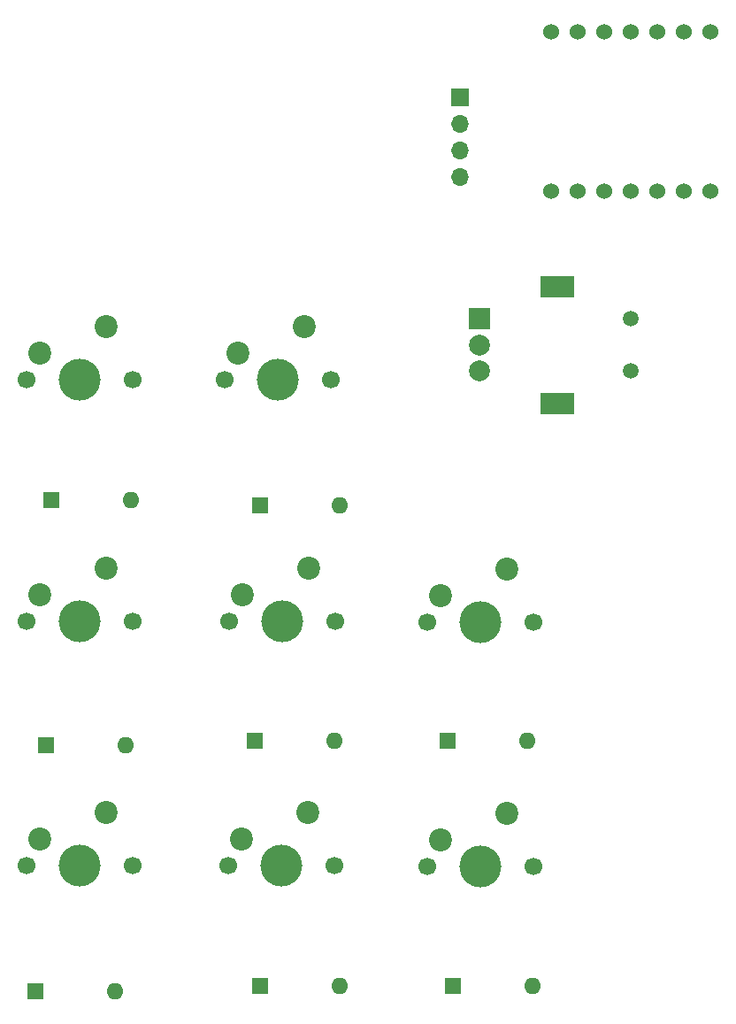
<source format=gbs>
G04 #@! TF.GenerationSoftware,KiCad,Pcbnew,9.0.1*
G04 #@! TF.CreationDate,2025-06-18T17:33:09-04:00*
G04 #@! TF.ProjectId,chop up the soul kanye,63686f70-2075-4702-9074-686520736f75,rev?*
G04 #@! TF.SameCoordinates,Original*
G04 #@! TF.FileFunction,Soldermask,Bot*
G04 #@! TF.FilePolarity,Negative*
%FSLAX46Y46*%
G04 Gerber Fmt 4.6, Leading zero omitted, Abs format (unit mm)*
G04 Created by KiCad (PCBNEW 9.0.1) date 2025-06-18 17:33:09*
%MOMM*%
%LPD*%
G01*
G04 APERTURE LIST*
%ADD10R,1.600000X1.600000*%
%ADD11O,1.600000X1.600000*%
%ADD12C,1.700000*%
%ADD13C,4.000000*%
%ADD14C,2.200000*%
%ADD15C,1.500000*%
%ADD16R,2.000000X2.000000*%
%ADD17C,2.000000*%
%ADD18R,3.200000X2.000000*%
%ADD19R,1.700000X1.700000*%
%ADD20O,1.700000X1.700000*%
%ADD21C,1.524000*%
G04 APERTURE END LIST*
D10*
G04 #@! TO.C,D10*
X119191487Y-87500000D03*
D11*
X126811487Y-87500000D03*
G04 #@! TD*
D10*
G04 #@! TO.C,D6*
X139191487Y-134000000D03*
D11*
X146811487Y-134000000D03*
G04 #@! TD*
D10*
G04 #@! TO.C,D4*
X117691487Y-134500000D03*
D11*
X125311487Y-134500000D03*
G04 #@! TD*
D12*
G04 #@! TO.C,SW9*
X155191487Y-122590000D03*
D13*
X160271487Y-122590000D03*
D12*
X165351487Y-122590000D03*
D14*
X162811487Y-117510000D03*
X156461487Y-120050000D03*
G04 #@! TD*
D12*
G04 #@! TO.C,SW7*
X136191487Y-122500000D03*
D13*
X141271487Y-122500000D03*
D12*
X146351487Y-122500000D03*
D14*
X143811487Y-117420000D03*
X137461487Y-119960000D03*
G04 #@! TD*
D15*
G04 #@! TO.C,SW1*
X174686487Y-70170000D03*
X174686487Y-75170000D03*
D16*
X160186487Y-70170000D03*
D17*
X160186487Y-75170000D03*
X160186487Y-72670000D03*
D18*
X167686487Y-67070000D03*
X167686487Y-78270000D03*
G04 #@! TD*
D10*
G04 #@! TO.C,D9*
X139191487Y-88000000D03*
D11*
X146811487Y-88000000D03*
G04 #@! TD*
D12*
G04 #@! TO.C,SW6*
X136231487Y-99080000D03*
D13*
X141311487Y-99080000D03*
D12*
X146391487Y-99080000D03*
D14*
X143851487Y-94000000D03*
X137501487Y-96540000D03*
G04 #@! TD*
D12*
G04 #@! TO.C,SW8*
X155231487Y-99170000D03*
D13*
X160311487Y-99170000D03*
D12*
X165391487Y-99170000D03*
D14*
X162851487Y-94090000D03*
X156501487Y-96630000D03*
G04 #@! TD*
D12*
G04 #@! TO.C,SW3*
X116881487Y-99080000D03*
D13*
X121961487Y-99080000D03*
D12*
X127041487Y-99080000D03*
D14*
X124501487Y-94000000D03*
X118151487Y-96540000D03*
G04 #@! TD*
D10*
G04 #@! TO.C,D2*
X118691487Y-111000000D03*
D11*
X126311487Y-111000000D03*
G04 #@! TD*
D10*
G04 #@! TO.C,D8*
X157691487Y-134000000D03*
D11*
X165311487Y-134000000D03*
G04 #@! TD*
D10*
G04 #@! TO.C,D7*
X157191487Y-110500000D03*
D11*
X164811487Y-110500000D03*
G04 #@! TD*
D12*
G04 #@! TO.C,SW11*
X116841487Y-76000000D03*
D13*
X121921487Y-76000000D03*
D12*
X127001487Y-76000000D03*
D14*
X124461487Y-70920000D03*
X118111487Y-73460000D03*
G04 #@! TD*
D19*
G04 #@! TO.C,J1*
X158311487Y-48960000D03*
D20*
X158311487Y-51500000D03*
X158311487Y-54040000D03*
X158311487Y-56580000D03*
G04 #@! TD*
D21*
G04 #@! TO.C,U1*
X182311487Y-42760000D03*
X179771487Y-42760000D03*
X177231487Y-42760000D03*
X174691487Y-42760000D03*
X172151487Y-42760000D03*
X169611487Y-42760000D03*
X167071487Y-42760000D03*
X167071487Y-58000000D03*
X169611487Y-58000000D03*
X172151487Y-58000000D03*
X174691487Y-58000000D03*
X177231487Y-58000000D03*
X179771487Y-58000000D03*
X182311487Y-58000000D03*
G04 #@! TD*
D12*
G04 #@! TO.C,SW5*
X116841487Y-122500000D03*
D13*
X121921487Y-122500000D03*
D12*
X127001487Y-122500000D03*
D14*
X124461487Y-117420000D03*
X118111487Y-119960000D03*
G04 #@! TD*
D10*
G04 #@! TO.C,D5*
X138691487Y-110500000D03*
D11*
X146311487Y-110500000D03*
G04 #@! TD*
D12*
G04 #@! TO.C,SW10*
X135841487Y-76000000D03*
D13*
X140921487Y-76000000D03*
D12*
X146001487Y-76000000D03*
D14*
X143461487Y-70920000D03*
X137111487Y-73460000D03*
G04 #@! TD*
M02*

</source>
